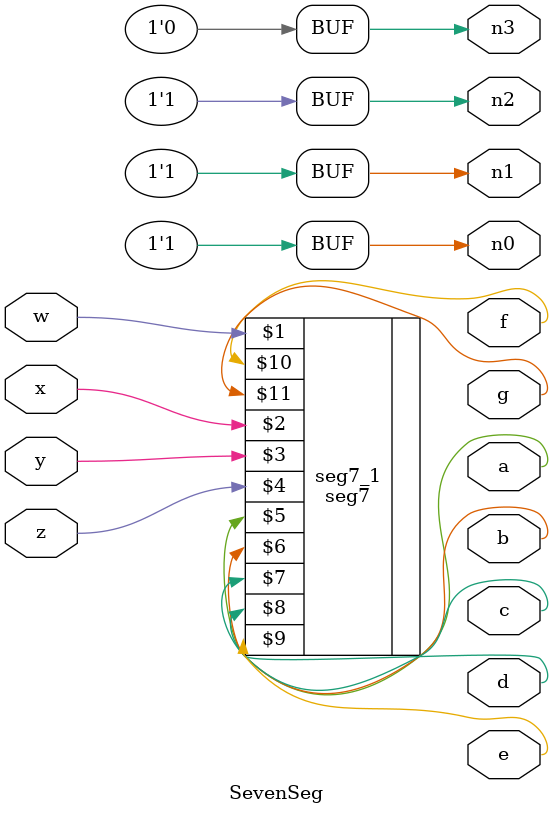
<source format=v>
`timescale 1ns / 1ps

module SevenSeg(input w, x, y, z, output a, b, c, d, e, f, g, n3, n2, n1, n0);
	assign n3 = 0;
	assign n2 = 1;
	assign n1 = 1;
	assign n0 = 1;
	
	seg7 seg7_1(w, x, y, z, a, b, c, d, e, f, g);
endmodule

</source>
